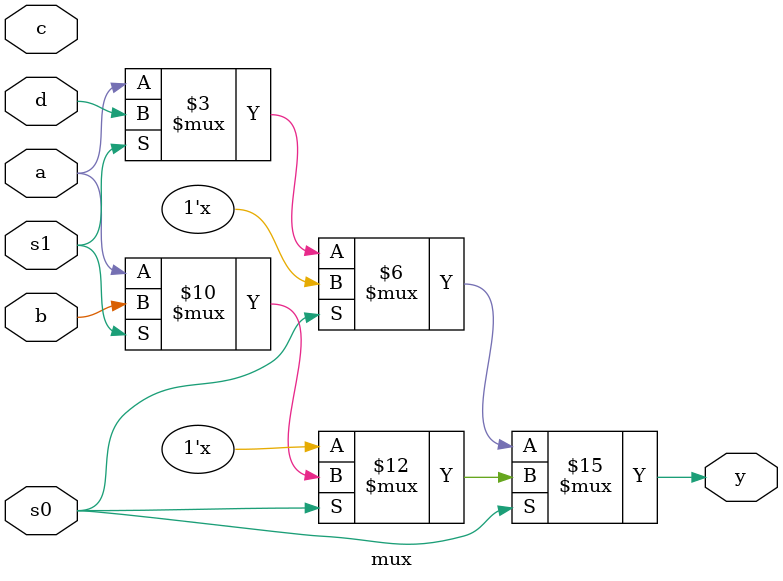
<source format=v>
module mux(
input a,b,c,d,s0,s1,
output reg y);
always @(*)
begin
if(s0)
begin
if(s1)
 y=b;
else 
y=a;
end
else 
begin
if(s1)
 y=d;
else 
y=a;
end
end
endmodule


</source>
